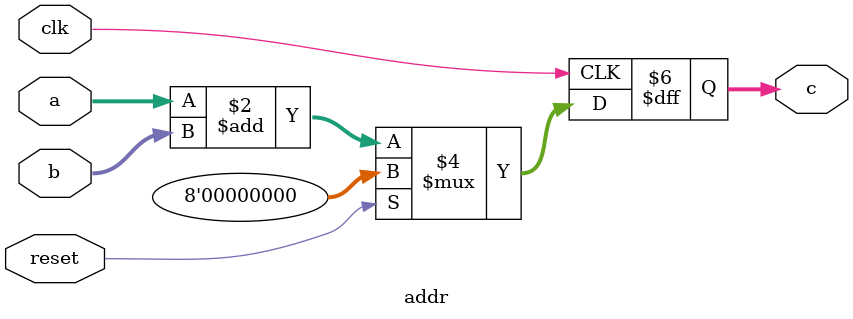
<source format=v>
module addr(
    input clk,
    input reset,
    input [7:0]a,
    input [7:0]b,
    output reg [7:0]c
);
    always @(posedge clk) begin
        if (reset)
            c <= 0;
        else
            c <= a + b;
    end

endmodule
</source>
